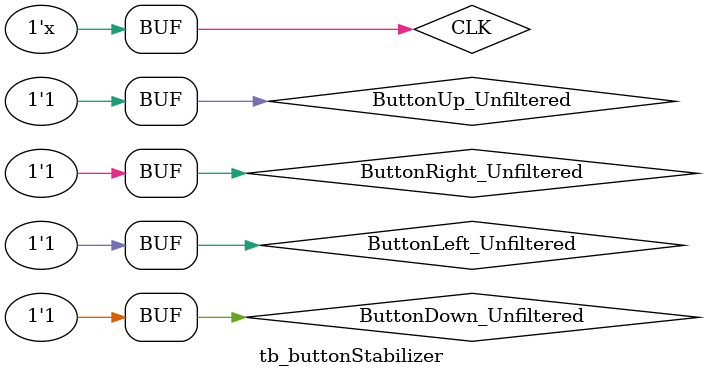
<source format=v>
`timescale 1ns / 1ps


module tb_buttonStabilizer();

reg CLK = 0;
reg ButtonUp_Unfiltered = 0;
reg ButtonDown_Unfiltered = 0;
reg ButtonLeft_Unfiltered = 0;
reg ButtonRight_Unfiltered = 0;

wire StabilizedUp;
wire StabilizedDown;
wire StabilizedLeft;
wire StabilizedRight;

wire PerfectUp; 
wire PerfectDown;
wire PerfectLeft;
wire PerfectRight; 

always #5 CLK = ~CLK; // 100MHz

buttonStabilizer uut (CLK,ButtonUp_Unfiltered,ButtonDown_Unfiltered,ButtonLeft_Unfiltered,ButtonRight_Unfiltered,StabilizedUp,StabilizedDown,StabilizedLeft,StabilizedRight,
PerfectUp, PerfectDown, PerfectLeft, PerfectRight );

initial begin
ButtonUp_Unfiltered = 0;
ButtonDown_Unfiltered = 0;
ButtonLeft_Unfiltered = 0;
ButtonRight_Unfiltered = 0;


#50000
ButtonUp_Unfiltered = 1;
ButtonDown_Unfiltered = 1;
ButtonLeft_Unfiltered = 1;
ButtonRight_Unfiltered = 1;

#1000000000
ButtonUp_Unfiltered = 0; 
ButtonDown_Unfiltered = 0;
ButtonLeft_Unfiltered = 0;
ButtonRight_Unfiltered = 0;

#250000000
ButtonUp_Unfiltered = 1; 
ButtonDown_Unfiltered = 1;
ButtonLeft_Unfiltered = 1;
ButtonRight_Unfiltered = 1;




end














endmodule

</source>
